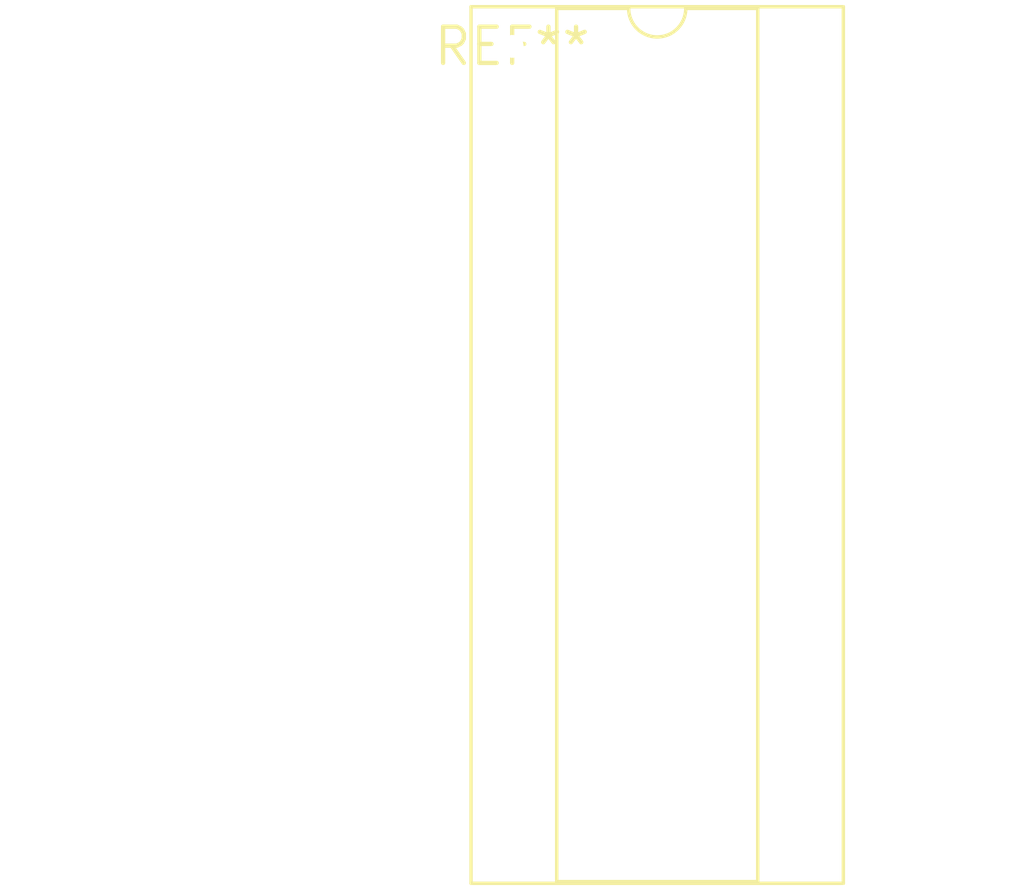
<source format=kicad_pcb>
(kicad_pcb (version 20240108) (generator pcbnew)
  (layers (0 "F.Cu" signal) (31 "B.Cu" signal) (34 "B.Paste" user) (35 "F.Paste" user) (36 "B.SilkS" user "B.Silkscreen") (37 "F.SilkS" user "F.Silkscreen") (38 "B.Mask" user) (39 "F.Mask" user) (44 "Edge.Cuts" user))
  (net 0 "")
  (footprint "DIP-24_W10.16mm_Socket_LongPads" (layer "F.Cu") (at 0 0)
    (property "Reference" "REF**")
    (property "Value" "DIP-24_W10.16mm_Socket_LongPads")
    (fp_line (start -1.44 -1.39) (end -1.44 29.33) (layer "F.SilkS") (stroke (width 0.12)))
    (fp_line (start -1.44 29.33) (end 11.6 29.33) (layer "F.SilkS") (stroke (width 0.12)))
    (fp_line (start 1.56 -1.33) (end 1.56 29.27) (layer "F.SilkS") (stroke (width 0.12)))
    (fp_line (start 1.56 29.27) (end 8.6 29.27) (layer "F.SilkS") (stroke (width 0.12)))
    (fp_line (start 4.08 -1.33) (end 1.56 -1.33) (layer "F.SilkS") (stroke (width 0.12)))
    (fp_line (start 8.6 -1.33) (end 6.08 -1.33) (layer "F.SilkS") (stroke (width 0.12)))
    (fp_line (start 8.6 29.27) (end 8.6 -1.33) (layer "F.SilkS") (stroke (width 0.12)))
    (fp_line (start 11.6 -1.39) (end -1.44 -1.39) (layer "F.SilkS") (stroke (width 0.12)))
    (fp_line (start 11.6 29.33) (end 11.6 -1.39) (layer "F.SilkS") (stroke (width 0.12)))
    (fp_arc (start 6.08 -1.33) (mid 5.08 -0.33) (end 4.08 -1.33) (layer "F.SilkS") (stroke (width 0.12)))
    (pad "1" thru_hole rect (at 0 0) (size 2.4 1.6) (drill 0.8) (layers *.Cu *.Mask) (remove_unused_layers))
    (pad "2" thru_hole oval (at 0 2.54) (size 2.4 1.6) (drill 0.8) (layers *.Cu *.Mask) (remove_unused_layers))
    (pad "3" thru_hole oval (at 0 5.08) (size 2.4 1.6) (drill 0.8) (layers *.Cu *.Mask) (remove_unused_layers))
    (pad "4" thru_hole oval (at 0 7.62) (size 2.4 1.6) (drill 0.8) (layers *.Cu *.Mask) (remove_unused_layers))
    (pad "5" thru_hole oval (at 0 10.16) (size 2.4 1.6) (drill 0.8) (layers *.Cu *.Mask) (remove_unused_layers))
    (pad "6" thru_hole oval (at 0 12.7) (size 2.4 1.6) (drill 0.8) (layers *.Cu *.Mask) (remove_unused_layers))
    (pad "7" thru_hole oval (at 0 15.24) (size 2.4 1.6) (drill 0.8) (layers *.Cu *.Mask) (remove_unused_layers))
    (pad "8" thru_hole oval (at 0 17.78) (size 2.4 1.6) (drill 0.8) (layers *.Cu *.Mask) (remove_unused_layers))
    (pad "9" thru_hole oval (at 0 20.32) (size 2.4 1.6) (drill 0.8) (layers *.Cu *.Mask) (remove_unused_layers))
    (pad "10" thru_hole oval (at 0 22.86) (size 2.4 1.6) (drill 0.8) (layers *.Cu *.Mask) (remove_unused_layers))
    (pad "11" thru_hole oval (at 0 25.4) (size 2.4 1.6) (drill 0.8) (layers *.Cu *.Mask) (remove_unused_layers))
    (pad "12" thru_hole oval (at 0 27.94) (size 2.4 1.6) (drill 0.8) (layers *.Cu *.Mask) (remove_unused_layers))
    (pad "13" thru_hole oval (at 10.16 27.94) (size 2.4 1.6) (drill 0.8) (layers *.Cu *.Mask) (remove_unused_layers))
    (pad "14" thru_hole oval (at 10.16 25.4) (size 2.4 1.6) (drill 0.8) (layers *.Cu *.Mask) (remove_unused_layers))
    (pad "15" thru_hole oval (at 10.16 22.86) (size 2.4 1.6) (drill 0.8) (layers *.Cu *.Mask) (remove_unused_layers))
    (pad "16" thru_hole oval (at 10.16 20.32) (size 2.4 1.6) (drill 0.8) (layers *.Cu *.Mask) (remove_unused_layers))
    (pad "17" thru_hole oval (at 10.16 17.78) (size 2.4 1.6) (drill 0.8) (layers *.Cu *.Mask) (remove_unused_layers))
    (pad "18" thru_hole oval (at 10.16 15.24) (size 2.4 1.6) (drill 0.8) (layers *.Cu *.Mask) (remove_unused_layers))
    (pad "19" thru_hole oval (at 10.16 12.7) (size 2.4 1.6) (drill 0.8) (layers *.Cu *.Mask) (remove_unused_layers))
    (pad "20" thru_hole oval (at 10.16 10.16) (size 2.4 1.6) (drill 0.8) (layers *.Cu *.Mask) (remove_unused_layers))
    (pad "21" thru_hole oval (at 10.16 7.62) (size 2.4 1.6) (drill 0.8) (layers *.Cu *.Mask) (remove_unused_layers))
    (pad "22" thru_hole oval (at 10.16 5.08) (size 2.4 1.6) (drill 0.8) (layers *.Cu *.Mask) (remove_unused_layers))
    (pad "23" thru_hole oval (at 10.16 2.54) (size 2.4 1.6) (drill 0.8) (layers *.Cu *.Mask) (remove_unused_layers))
    (pad "24" thru_hole oval (at 10.16 0) (size 2.4 1.6) (drill 0.8) (layers *.Cu *.Mask) (remove_unused_layers))
  )
)
</source>
